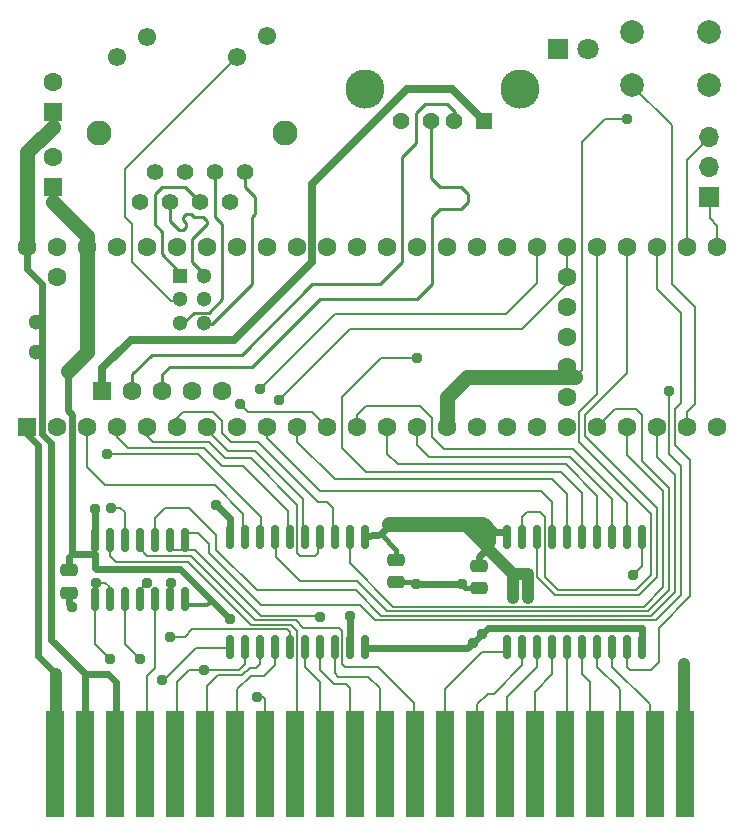
<source format=gbr>
%TF.GenerationSoftware,KiCad,Pcbnew,(6.0.4)*%
%TF.CreationDate,2023-08-14T23:38:21+02:00*%
%TF.ProjectId,TeensyROM,5465656e-7379-4524-9f4d-2e6b69636164,rev?*%
%TF.SameCoordinates,Original*%
%TF.FileFunction,Copper,L1,Top*%
%TF.FilePolarity,Positive*%
%FSLAX46Y46*%
G04 Gerber Fmt 4.6, Leading zero omitted, Abs format (unit mm)*
G04 Created by KiCad (PCBNEW (6.0.4)) date 2023-08-14 23:38:21*
%MOMM*%
%LPD*%
G01*
G04 APERTURE LIST*
G04 Aperture macros list*
%AMRoundRect*
0 Rectangle with rounded corners*
0 $1 Rounding radius*
0 $2 $3 $4 $5 $6 $7 $8 $9 X,Y pos of 4 corners*
0 Add a 4 corners polygon primitive as box body*
4,1,4,$2,$3,$4,$5,$6,$7,$8,$9,$2,$3,0*
0 Add four circle primitives for the rounded corners*
1,1,$1+$1,$2,$3*
1,1,$1+$1,$4,$5*
1,1,$1+$1,$6,$7*
1,1,$1+$1,$8,$9*
0 Add four rect primitives between the rounded corners*
20,1,$1+$1,$2,$3,$4,$5,0*
20,1,$1+$1,$4,$5,$6,$7,0*
20,1,$1+$1,$6,$7,$8,$9,0*
20,1,$1+$1,$8,$9,$2,$3,0*%
G04 Aperture macros list end*
%TA.AperFunction,SMDPad,CuDef*%
%ADD10R,1.500000X9.000000*%
%TD*%
%TA.AperFunction,ComponentPad*%
%ADD11R,1.800000X1.800000*%
%TD*%
%TA.AperFunction,ComponentPad*%
%ADD12C,1.800000*%
%TD*%
%TA.AperFunction,ComponentPad*%
%ADD13R,1.700000X1.700000*%
%TD*%
%TA.AperFunction,ComponentPad*%
%ADD14O,1.700000X1.700000*%
%TD*%
%TA.AperFunction,ComponentPad*%
%ADD15C,3.316000*%
%TD*%
%TA.AperFunction,ComponentPad*%
%ADD16C,1.428000*%
%TD*%
%TA.AperFunction,ComponentPad*%
%ADD17R,1.428000X1.428000*%
%TD*%
%TA.AperFunction,SMDPad,CuDef*%
%ADD18RoundRect,0.150000X-0.150000X0.875000X-0.150000X-0.875000X0.150000X-0.875000X0.150000X0.875000X0*%
%TD*%
%TA.AperFunction,SMDPad,CuDef*%
%ADD19RoundRect,0.150000X-0.150000X0.825000X-0.150000X-0.825000X0.150000X-0.825000X0.150000X0.825000X0*%
%TD*%
%TA.AperFunction,ComponentPad*%
%ADD20C,1.600000*%
%TD*%
%TA.AperFunction,ComponentPad*%
%ADD21R,1.600000X1.600000*%
%TD*%
%TA.AperFunction,ComponentPad*%
%ADD22R,1.300000X1.300000*%
%TD*%
%TA.AperFunction,ComponentPad*%
%ADD23C,1.300000*%
%TD*%
%TA.AperFunction,ComponentPad*%
%ADD24C,2.000000*%
%TD*%
%TA.AperFunction,ComponentPad*%
%ADD25C,1.397000*%
%TD*%
%TA.AperFunction,ComponentPad*%
%ADD26C,1.549400*%
%TD*%
%TA.AperFunction,ComponentPad*%
%ADD27C,2.108200*%
%TD*%
%TA.AperFunction,SMDPad,CuDef*%
%ADD28RoundRect,0.250000X-0.475000X0.250000X-0.475000X-0.250000X0.475000X-0.250000X0.475000X0.250000X0*%
%TD*%
%TA.AperFunction,SMDPad,CuDef*%
%ADD29RoundRect,0.250000X0.475000X-0.250000X0.475000X0.250000X-0.475000X0.250000X-0.475000X-0.250000X0*%
%TD*%
%TA.AperFunction,ViaPad*%
%ADD30C,0.955600*%
%TD*%
%TA.AperFunction,Conductor*%
%ADD31C,0.609600*%
%TD*%
%TA.AperFunction,Conductor*%
%ADD32C,1.270000*%
%TD*%
%TA.AperFunction,Conductor*%
%ADD33C,1.016000*%
%TD*%
%TA.AperFunction,Conductor*%
%ADD34C,0.152400*%
%TD*%
%TA.AperFunction,Conductor*%
%ADD35C,0.406400*%
%TD*%
%TA.AperFunction,Conductor*%
%ADD36C,0.304800*%
%TD*%
%TA.AperFunction,Conductor*%
%ADD37C,0.254000*%
%TD*%
%TA.AperFunction,Conductor*%
%ADD38C,0.635000*%
%TD*%
G04 APERTURE END LIST*
D10*
%TO.P,J1,1,GND@1*%
%TO.N,N/C*%
X121634449Y-134801657D03*
%TO.P,J1,2,+5V@2*%
X124174449Y-134801657D03*
%TO.P,J1,3,+5V@3*%
X126714449Y-134801657D03*
%TO.P,J1,4,~{IRQ}*%
X129254449Y-134801657D03*
%TO.P,J1,5,R/~{W}*%
X131794449Y-134801657D03*
%TO.P,J1,6,DOT_CLOCK*%
X134334449Y-134801657D03*
%TO.P,J1,7,~{I/O1}*%
X136874449Y-134801657D03*
%TO.P,J1,8,~{GAME}*%
X139414449Y-134801657D03*
%TO.P,J1,9,~{EXROM}*%
X141954449Y-134801657D03*
%TO.P,J1,10,~{I/O2}*%
X144494449Y-134801657D03*
%TO.P,J1,11,~{ROML}*%
X147034449Y-134801657D03*
%TO.P,J1,12,BA*%
X149574449Y-134801657D03*
%TO.P,J1,13,~{DMA}*%
X152114449Y-134801657D03*
%TO.P,J1,14,D7*%
X154654449Y-134801657D03*
%TO.P,J1,15,D6*%
X157194449Y-134801657D03*
%TO.P,J1,16,D5*%
X159734449Y-134801657D03*
%TO.P,J1,17,D4*%
X162274449Y-134801657D03*
%TO.P,J1,18,D3*%
X164814449Y-134801657D03*
%TO.P,J1,19,D2*%
X167354449Y-134801657D03*
%TO.P,J1,20,D1*%
X169894449Y-134801657D03*
%TO.P,J1,21,D0*%
X172434449Y-134801657D03*
%TO.P,J1,22,GND@22*%
X174974449Y-134801657D03*
%TD*%
D11*
%TO.P,D1,1*%
%TO.N,N/C*%
X164262566Y-74259229D03*
D12*
%TO.P,D1,2*%
X166802566Y-74259229D03*
%TD*%
D13*
%TO.P,J4,1,1*%
%TO.N,/DEBUG*%
X177051100Y-86827600D03*
D14*
%TO.P,J4,2,2*%
%TO.N,GND*%
X177051100Y-84287600D03*
%TO.P,J4,3,3*%
%TO.N,/LED*%
X177051100Y-81747600D03*
%TD*%
D15*
%TO.P,J2,SH2,6*%
%TO.N,GND*%
X147893176Y-77697037D03*
%TO.P,J2,SH1,5*%
X161033176Y-77697037D03*
D16*
%TO.P,J2,4*%
%TO.N,N/C*%
X150963176Y-80407037D03*
%TO.P,J2,3*%
X153463176Y-80407037D03*
%TO.P,J2,2*%
X155463176Y-80407037D03*
D17*
%TO.P,J2,1*%
X157963176Y-80407037D03*
%TD*%
D18*
%TO.P,U5,1,DIR*%
%TO.N,/R{slash}~{W}*%
X171361100Y-115593600D03*
%TO.P,U5,2,A1*%
%TO.N,/D0_B*%
X170091100Y-115593600D03*
%TO.P,U5,3,A2*%
%TO.N,/D1_B*%
X168821100Y-115593600D03*
%TO.P,U5,4,A3*%
%TO.N,/D2_B*%
X167551100Y-115593600D03*
%TO.P,U5,5,A4*%
%TO.N,/D3_B*%
X166281100Y-115593600D03*
%TO.P,U5,6,A5*%
%TO.N,/D4_B*%
X165011100Y-115593600D03*
%TO.P,U5,7,A6*%
%TO.N,/D5_B*%
X163741100Y-115593600D03*
%TO.P,U5,8,A7*%
%TO.N,/D6_B*%
X162471100Y-115593600D03*
%TO.P,U5,9,A8*%
%TO.N,/D7_B*%
X161201100Y-115593600D03*
%TO.P,U5,10,GND*%
%TO.N,GND*%
X159931100Y-115593600D03*
%TO.P,U5,11,B8*%
%TO.N,/D7*%
X159931100Y-124893600D03*
%TO.P,U5,12,B7*%
%TO.N,/D6*%
X161201100Y-124893600D03*
%TO.P,U5,13,B6*%
%TO.N,/D5*%
X162471100Y-124893600D03*
%TO.P,U5,14,B5*%
%TO.N,/D4*%
X163741100Y-124893600D03*
%TO.P,U5,15,B4*%
%TO.N,/D3*%
X165011100Y-124893600D03*
%TO.P,U5,16,B3*%
%TO.N,/D2*%
X166281100Y-124893600D03*
%TO.P,U5,17,B2*%
%TO.N,/D1*%
X167551100Y-124893600D03*
%TO.P,U5,18,B1*%
%TO.N,/D0*%
X168821100Y-124893600D03*
%TO.P,U5,19,G*%
%TO.N,/~{DATA_CE}*%
X170091100Y-124893600D03*
%TO.P,U5,20,VCC*%
%TO.N,+3V3*%
X171361100Y-124893600D03*
%TD*%
%TO.P,U4,1,DIR*%
%TO.N,GND*%
X147866100Y-115593600D03*
%TO.P,U4,2,A1*%
%TO.N,/BA_B*%
X146596100Y-115593600D03*
%TO.P,U4,3,A2*%
%TO.N,/~{ROML_B}*%
X145326100Y-115593600D03*
%TO.P,U4,4,A3*%
%TO.N,/~{IO2_B}*%
X144056100Y-115593600D03*
%TO.P,U4,5,A4*%
%TO.N,/~{ROMH_B}*%
X142786100Y-115593600D03*
%TO.P,U4,6,A5*%
%TO.N,/~{IO1_B}*%
X141516100Y-115593600D03*
%TO.P,U4,7,A6*%
%TO.N,/DOT_CLK_B*%
X140246100Y-115593600D03*
%TO.P,U4,8,A7*%
%TO.N,/R{slash}~{W_B}*%
X138976100Y-115593600D03*
%TO.P,U4,9,A8*%
%TO.N,/PHI2_B*%
X137706100Y-115593600D03*
%TO.P,U4,10,GND*%
%TO.N,GND*%
X136436100Y-115593600D03*
%TO.P,U4,11,B8*%
%TO.N,/PHI2*%
X136436100Y-124893600D03*
%TO.P,U4,12,B7*%
%TO.N,/R{slash}~{W}*%
X137706100Y-124893600D03*
%TO.P,U4,13,B6*%
%TO.N,/DOT_CLK*%
X138976100Y-124893600D03*
%TO.P,U4,14,B5*%
%TO.N,/~{IO1}*%
X140246100Y-124893600D03*
%TO.P,U4,15,B4*%
%TO.N,/~{ROMH}*%
X141516100Y-124893600D03*
%TO.P,U4,16,B3*%
%TO.N,/~{IO2}*%
X142786100Y-124893600D03*
%TO.P,U4,17,B2*%
%TO.N,/~{ROML}*%
X144056100Y-124893600D03*
%TO.P,U4,18,B1*%
%TO.N,/BA*%
X145326100Y-124893600D03*
%TO.P,U4,19,G*%
%TO.N,GND*%
X146596100Y-124893600D03*
%TO.P,U4,20,VCC*%
%TO.N,+3V3*%
X147866100Y-124893600D03*
%TD*%
D19*
%TO.P,U6,1,I*%
%TO.N,/~{GAME_O}*%
X132626100Y-115863600D03*
%TO.P,U6,2,O*%
%TO.N,/~{GAME}*%
X131356100Y-115863600D03*
%TO.P,U6,3,I*%
%TO.N,/~{DMA_O}*%
X130086100Y-115863600D03*
%TO.P,U6,4,O*%
%TO.N,/~{DMA}*%
X128816100Y-115863600D03*
%TO.P,U6,5,I*%
%TO.N,/~{EXROM_O}*%
X127546100Y-115863600D03*
%TO.P,U6,6,O*%
%TO.N,/~{EXROM}*%
X126276100Y-115863600D03*
%TO.P,U6,7,GND*%
%TO.N,GND*%
X125006100Y-115863600D03*
%TO.P,U6,8,O*%
%TO.N,/~{RESET}*%
X125006100Y-120813600D03*
%TO.P,U6,9,I*%
%TO.N,/~{RESET_O}*%
X126276100Y-120813600D03*
%TO.P,U6,10,O*%
%TO.N,/~{NMI}*%
X127546100Y-120813600D03*
%TO.P,U6,11,I*%
%TO.N,/~{NMI_O}*%
X128816100Y-120813600D03*
%TO.P,U6,12,O*%
%TO.N,/~{IRQ}*%
X130086100Y-120813600D03*
%TO.P,U6,13,I*%
%TO.N,/~{IRQ_O}*%
X131356100Y-120813600D03*
%TO.P,U6,14,VCC*%
%TO.N,+3V3*%
X132626100Y-120813600D03*
%TD*%
D20*
%TO.P,U1,49*%
%TO.N,N/C*%
X121833358Y-93557900D03*
%TO.P,U1,59*%
X135752558Y-103207100D03*
%TO.P,U1,58*%
X133212558Y-103207100D03*
%TO.P,U1,57*%
X130672558Y-103207100D03*
%TO.P,U1,56*%
X128132558Y-103207100D03*
D21*
%TO.P,U1,55*%
X125592558Y-103207100D03*
D20*
%TO.P,U1,48*%
X119293358Y-91017900D03*
%TO.P,U1,47*%
X121833358Y-91017900D03*
%TO.P,U1,46*%
X124373358Y-91017900D03*
%TO.P,U1,45*%
X126913358Y-91017900D03*
%TO.P,U1,44*%
X129453358Y-91017900D03*
%TO.P,U1,43*%
X131993358Y-91017900D03*
%TO.P,U1,42*%
X134533358Y-91017900D03*
%TO.P,U1,41*%
X137073358Y-91017900D03*
%TO.P,U1,40*%
X139613358Y-91017900D03*
%TO.P,U1,39*%
X142153358Y-91017900D03*
%TO.P,U1,38*%
X144693358Y-91017900D03*
%TO.P,U1,37*%
X147233358Y-91017900D03*
%TO.P,U1,36*%
X149773358Y-91017900D03*
%TO.P,U1,35*%
X152313358Y-91017900D03*
D21*
%TO.P,U1,1*%
X119293358Y-106257900D03*
D20*
%TO.P,U1,2*%
X121833358Y-106257900D03*
%TO.P,U1,3*%
X124373358Y-106257900D03*
%TO.P,U1,4*%
X126913358Y-106257900D03*
%TO.P,U1,5*%
X129453358Y-106257900D03*
%TO.P,U1,6*%
X131993358Y-106257900D03*
%TO.P,U1,7*%
X134533358Y-106257900D03*
%TO.P,U1,8*%
X137073358Y-106257900D03*
%TO.P,U1,9*%
X139613358Y-106257900D03*
%TO.P,U1,10*%
X142153358Y-106257900D03*
%TO.P,U1,11*%
X144693358Y-106257900D03*
%TO.P,U1,12*%
X147233358Y-106257900D03*
%TO.P,U1,13*%
X149773358Y-106257900D03*
%TO.P,U1,34*%
X154853358Y-91017900D03*
%TO.P,U1,33*%
X157393358Y-91017900D03*
%TO.P,U1,32*%
X159933358Y-91017900D03*
%TO.P,U1,31*%
X162473358Y-91017900D03*
%TO.P,U1,30*%
X165013358Y-91017900D03*
%TO.P,U1,29*%
X167553358Y-91017900D03*
%TO.P,U1,28*%
X170093358Y-91017900D03*
%TO.P,U1,27*%
X172633358Y-91017900D03*
%TO.P,U1,26*%
X175173358Y-91017900D03*
%TO.P,U1,25*%
X177713358Y-91017900D03*
%TO.P,U1,24*%
X177713358Y-106257900D03*
%TO.P,U1,23*%
X175173358Y-106257900D03*
%TO.P,U1,22*%
X172633358Y-106257900D03*
%TO.P,U1,21*%
X170093358Y-106257900D03*
%TO.P,U1,14*%
X152313358Y-106257900D03*
%TO.P,U1,15*%
X154853358Y-106257900D03*
%TO.P,U1,16*%
X157393358Y-106257900D03*
%TO.P,U1,20*%
X167553358Y-106257900D03*
%TO.P,U1,19*%
X165013358Y-106257900D03*
%TO.P,U1,18*%
X162473358Y-106257900D03*
%TO.P,U1,17*%
X159933358Y-106257900D03*
D22*
%TO.P,U1,60*%
X132263358Y-93456300D03*
D23*
%TO.P,U1,65*%
X134263358Y-93456300D03*
%TO.P,U1,61*%
X132263358Y-95456300D03*
%TO.P,U1,64*%
X134263358Y-95456300D03*
%TO.P,U1,63*%
X134263358Y-97456300D03*
%TO.P,U1,62*%
X132263358Y-97456300D03*
D20*
%TO.P,U1,50*%
X165013358Y-103717900D03*
%TO.P,U1,51*%
X165013358Y-101177900D03*
%TO.P,U1,52*%
X165013358Y-98637900D03*
%TO.P,U1,53*%
X165013358Y-96097900D03*
%TO.P,U1,54*%
X165013358Y-93557900D03*
D23*
%TO.P,U1,67*%
X120023358Y-99907900D03*
%TO.P,U1,66*%
X120023358Y-97367900D03*
%TD*%
D21*
%TO.P,C1,1*%
%TO.N,N/C*%
X121450100Y-79603600D03*
D20*
%TO.P,C1,2*%
X121450100Y-77103600D03*
%TD*%
D24*
%TO.P,S1,1,1*%
%TO.N,GND*%
X170533649Y-72824288D03*
X177033649Y-72824288D03*
%TO.P,S1,2*%
%TO.N,N/C*%
X177033649Y-77324288D03*
X170533649Y-77324288D03*
%TD*%
D25*
%TO.P,J3,1,TD+*%
%TO.N,/ETH_T+*%
X137706100Y-84658200D03*
%TO.P,J3,2,TCT*%
%TO.N,Net-(C8-Pad2)*%
X136436100Y-87198200D03*
%TO.P,J3,3,TD-*%
%TO.N,/ETH_T-*%
X135166100Y-84658200D03*
%TO.P,J3,4,RD+*%
%TO.N,/ETH_R+*%
X133896100Y-87198200D03*
%TO.P,J3,5,RCT*%
%TO.N,Net-(C8-Pad2)*%
X132626100Y-84658200D03*
%TO.P,J3,6,RD-*%
%TO.N,/ETH_R-*%
X131356100Y-87198200D03*
%TO.P,J3,7,NC*%
%TO.N,unconnected-(J3-Pad7)*%
X130086100Y-84658200D03*
%TO.P,J3,8,C_GND*%
%TO.N,GND*%
X128816100Y-87198200D03*
D26*
%TO.P,J3,9,C*%
X139585700Y-73202800D03*
%TO.P,J3,10,A*%
%TO.N,/ETH_LED*%
X137045700Y-74930000D03*
%TO.P,J3,11,C1*%
%TO.N,GND*%
X129476500Y-73228200D03*
%TO.P,J3,12,A1*%
%TO.N,unconnected-(J3-Pad12)*%
X126936500Y-74930000D03*
D27*
%TO.P,J3,S1,S1*%
%TO.N,Net-(J3-PadS1)*%
X141135100Y-81356200D03*
%TO.P,J3,S2,S2*%
X125387100Y-81356200D03*
%TD*%
D28*
%TO.P,C4,1,1*%
%TO.N,GND*%
X157518100Y-118023600D03*
%TO.P,C4,2,2*%
%TO.N,+3V3*%
X157518100Y-119923600D03*
%TD*%
D29*
%TO.P,C3,1,1*%
%TO.N,GND*%
X122847100Y-120304600D03*
%TO.P,C3,2,2*%
%TO.N,+3V3*%
X122847100Y-118404600D03*
%TD*%
D28*
%TO.P,C5,1,1*%
%TO.N,GND*%
X150533100Y-117515600D03*
%TO.P,C5,2,2*%
%TO.N,+3V3*%
X150533100Y-119415600D03*
%TD*%
D21*
%TO.P,C2,1*%
%TO.N,N/C*%
X121450100Y-85953600D03*
D20*
%TO.P,C2,2*%
X121450100Y-83453600D03*
%TD*%
D30*
%TO.N,GND*%
X174917100Y-127736600D03*
%TO.N,+3V3*%
X121704100Y-127228600D03*
%TO.N,GND*%
X149898100Y-114528600D03*
%TO.N,+3V3*%
X135293100Y-112877600D03*
%TO.N,GND*%
X161709100Y-120751600D03*
X146596100Y-122275600D03*
X174917100Y-126339600D03*
%TO.N,+3V3*%
X125006100Y-113258600D03*
X121704100Y-128752600D03*
%TO.N,GND*%
X160439100Y-120751600D03*
X157772100Y-114528600D03*
%TO.N,+3V3*%
X123101100Y-121513600D03*
%TO.N,/R{slash}~{W}*%
X170599100Y-118846600D03*
X134277100Y-126847600D03*
%TO.N,/~{GAME}*%
X138785600Y-129133600D03*
X144056100Y-122402600D03*
%TO.N,/~{ROMH}*%
X131356100Y-124053600D03*
%TO.N,/~{RESET}*%
X126276100Y-125958600D03*
%TO.N,/~{NMI}*%
X128816100Y-125958600D03*
%TO.N,/PHI2*%
X130721100Y-127736600D03*
%TO.N,/D3_B*%
X152311100Y-100431600D03*
%TO.N,+3V3*%
X157010100Y-124561600D03*
X156121100Y-119608600D03*
X165646100Y-102082600D03*
X170091100Y-80238600D03*
X157772100Y-123799600D03*
X152184100Y-119608600D03*
X136436100Y-122529600D03*
X164376100Y-102082600D03*
%TO.N,/A13_B*%
X138976100Y-103098600D03*
%TO.N,GND*%
X140627100Y-103987600D03*
%TO.N,/R{slash}~{W_B}*%
X126022100Y-108559600D03*
%TO.N,/~{IRQ_O}*%
X131483100Y-119481600D03*
%TO.N,/~{GAME}*%
X173647100Y-103225600D03*
%TO.N,/~{EXROM_O}*%
X126403100Y-113131600D03*
X137325100Y-104368600D03*
%TO.N,/~{RESET}*%
X125133100Y-119481600D03*
%TO.N,/~{IRQ_O}*%
X129451100Y-119481600D03*
%TD*%
D31*
%TO.N,+5V*%
X126707900Y-134793600D02*
X126784100Y-132825100D01*
X120561100Y-106908600D02*
X120561100Y-94208600D01*
X124180600Y-127292100D02*
X124167900Y-134793600D01*
X126784100Y-127863600D02*
X126149100Y-127228600D01*
X120561100Y-94208600D02*
X119291100Y-92938600D01*
D32*
X119291100Y-91033600D02*
X119291100Y-83032600D01*
D31*
X126784100Y-132825100D02*
X126784100Y-127863600D01*
X124244100Y-127228600D02*
X124180600Y-127292100D01*
X126149100Y-127228600D02*
X124244100Y-127228600D01*
D32*
X119291100Y-83032600D02*
X121450100Y-80873600D01*
D31*
X121323100Y-124307600D02*
X121323100Y-107670600D01*
X121323100Y-107670600D02*
X120561100Y-106908600D01*
X119291100Y-92938600D02*
X119291100Y-91033600D01*
X124244100Y-127228600D02*
X121323100Y-124307600D01*
%TO.N,+3V3*%
X121627900Y-134793600D02*
X121704100Y-132825100D01*
X122847100Y-120254600D02*
X122847100Y-121259600D01*
X136436100Y-114020600D02*
X135293100Y-112877600D01*
%TO.N,GND*%
X157772100Y-114528600D02*
X158026100Y-114528600D01*
%TO.N,+3V3*%
X119291100Y-106908600D02*
X119291100Y-106273600D01*
%TO.N,GND*%
X149212300Y-115341400D02*
X149898100Y-114528600D01*
%TO.N,+3V3*%
X122847100Y-121259600D02*
X123101100Y-121513600D01*
D33*
%TO.N,GND*%
X161698100Y-118730600D02*
X161698100Y-120740600D01*
D32*
X149898100Y-114528600D02*
X156248100Y-114528600D01*
D33*
X160428100Y-118708600D02*
X160428100Y-120486600D01*
D31*
X157518100Y-118073600D02*
X157518100Y-117322600D01*
D34*
X158661100Y-116052600D02*
X158280100Y-116052600D01*
D31*
X158661100Y-115163600D02*
X159880300Y-115163600D01*
D34*
X161698100Y-120740600D02*
X161709100Y-120751600D01*
D31*
%TO.N,+3V3*%
X120180100Y-107797600D02*
X119291100Y-106908600D01*
X120180100Y-125704600D02*
X120180100Y-107797600D01*
X121704100Y-127228600D02*
X120180100Y-125704600D01*
X136436100Y-115468400D02*
X136436100Y-114020600D01*
D33*
%TO.N,GND*%
X160428100Y-118708600D02*
X156248100Y-114528600D01*
X174917100Y-132825100D02*
X174917100Y-126339600D01*
D32*
X156248100Y-114528600D02*
X157772100Y-114528600D01*
D31*
X158661100Y-116052600D02*
X158661100Y-115163600D01*
D35*
X150533100Y-117565600D02*
X150533100Y-116662200D01*
X150533100Y-116662200D02*
X149212300Y-115341400D01*
D33*
%TO.N,+3V3*%
X121704100Y-127228600D02*
X121704100Y-132825100D01*
D31*
%TO.N,GND*%
X148916543Y-115455932D02*
X149212300Y-115341400D01*
X157518100Y-117322600D02*
X158661100Y-116052600D01*
D33*
X158026100Y-114528600D02*
X158661100Y-115163600D01*
D31*
X174967900Y-134793600D02*
X174917100Y-132825100D01*
D33*
X160428100Y-120486600D02*
X160439100Y-120751600D01*
X160555100Y-118730600D02*
X161698100Y-118730600D01*
D31*
X159880300Y-115163600D02*
X159931100Y-115468400D01*
D33*
X157391100Y-115163600D02*
X158026100Y-115798600D01*
D31*
X146596100Y-125018800D02*
X146596100Y-122275600D01*
D34*
X158280100Y-116052600D02*
X158026100Y-115798600D01*
D31*
X147866100Y-115468400D02*
X148916543Y-115455932D01*
%TO.N,+3V3*%
X125006100Y-115265200D02*
X125006100Y-113258600D01*
D34*
%TO.N,/~{IRQ}*%
X130086100Y-126720600D02*
X129451100Y-127355600D01*
X130086100Y-121412000D02*
X130086100Y-126720600D01*
X129451100Y-132698100D02*
X129451100Y-127355600D01*
X129247900Y-134793600D02*
X129451100Y-132698100D01*
%TO.N,/R{slash}~{W}*%
X137706100Y-126339600D02*
X137706100Y-125018800D01*
X131787900Y-134793600D02*
X131991100Y-132698100D01*
X171361100Y-118084600D02*
X170599100Y-118846600D01*
X137198100Y-126847600D02*
X134277100Y-126847600D01*
X131991100Y-132698100D02*
X131991100Y-127863600D01*
X133007100Y-126847600D02*
X134277100Y-126847600D01*
X171361100Y-115468400D02*
X171361100Y-118084600D01*
X137198100Y-126847600D02*
X137706100Y-126339600D01*
X131991100Y-127863600D02*
X133007100Y-126847600D01*
%TO.N,/DOT_CLK*%
X135420100Y-127292100D02*
X137515600Y-127292100D01*
X138976100Y-126339600D02*
X138976100Y-125018800D01*
X137515600Y-127292100D02*
X138150600Y-126657100D01*
X134531100Y-128181100D02*
X135420100Y-127292100D01*
X134531100Y-132698100D02*
X134531100Y-128181100D01*
X134327900Y-134793600D02*
X134531100Y-132698100D01*
X138658600Y-126657100D02*
X138976100Y-126339600D01*
X138150600Y-126657100D02*
X138658600Y-126657100D01*
%TO.N,/~{IO1}*%
X138214100Y-127355600D02*
X139357100Y-127355600D01*
X140246100Y-126466600D02*
X140246100Y-125018800D01*
X137071100Y-128498600D02*
X138214100Y-127355600D01*
X139357100Y-127355600D02*
X140246100Y-126466600D01*
X137071100Y-132698100D02*
X137071100Y-128498600D01*
X136867900Y-134793600D02*
X137071100Y-132698100D01*
%TO.N,/~{GAME}*%
X139103100Y-122275600D02*
X143929100Y-122275600D01*
X139420600Y-129324100D02*
X139407900Y-134793600D01*
X131356100Y-116306600D02*
X131737100Y-116687600D01*
X131356100Y-115265200D02*
X131356100Y-116306600D01*
X131737100Y-116687600D02*
X133515100Y-116687600D01*
X133515100Y-116687600D02*
X139103100Y-122275600D01*
X143929100Y-122275600D02*
X144056100Y-122402600D01*
X138785600Y-129133600D02*
X139230100Y-129133600D01*
X139230100Y-129133600D02*
X139420600Y-129324100D01*
%TO.N,/~{EXROM}*%
X141947900Y-134793600D02*
X142151100Y-132698100D01*
X142151100Y-123545600D02*
X141643100Y-123037600D01*
X142151100Y-132698100D02*
X142151100Y-123545600D01*
X141643100Y-123037600D02*
X138214100Y-123037600D01*
X126276100Y-117195600D02*
X126276100Y-115265200D01*
X132880100Y-117703600D02*
X126784100Y-117703600D01*
X138214100Y-123037600D02*
X132880100Y-117703600D01*
X126784100Y-117703600D02*
X126276100Y-117195600D01*
%TO.N,/~{IO2}*%
X144056100Y-127863600D02*
X142786100Y-126593600D01*
X144487900Y-134793600D02*
X144056100Y-132444100D01*
X144056100Y-132444100D02*
X144056100Y-127863600D01*
X142786100Y-126593600D02*
X142786100Y-125018800D01*
%TO.N,/~{ROML}*%
X146596100Y-132444100D02*
X146596100Y-128371600D01*
X147027900Y-134793600D02*
X146596100Y-132444100D01*
X146278600Y-128054100D02*
X145262600Y-128054100D01*
X144056100Y-126847600D02*
X144056100Y-125018800D01*
X146596100Y-128371600D02*
X146278600Y-128054100D01*
X145262600Y-128054100D02*
X144056100Y-126847600D01*
%TO.N,/BA*%
X148183600Y-127419100D02*
X145643600Y-127419100D01*
X149136100Y-128371600D02*
X148183600Y-127419100D01*
X145326100Y-127101600D02*
X145326100Y-125018800D01*
X149567900Y-134793600D02*
X149136100Y-132444100D01*
X149136100Y-132444100D02*
X149136100Y-128371600D01*
X145643600Y-127419100D02*
X145326100Y-127101600D01*
%TO.N,/~{DMA}*%
X145707100Y-123291600D02*
X145961100Y-123545600D01*
X145961100Y-126339600D02*
X146215100Y-126593600D01*
X152057100Y-129641600D02*
X152057100Y-132444100D01*
X145961100Y-123545600D02*
X145961100Y-126339600D01*
X146215100Y-126593600D02*
X149009100Y-126593600D01*
X152107900Y-134793600D02*
X152311100Y-132698100D01*
X142024100Y-122656600D02*
X142659100Y-123291600D01*
X128816100Y-116560600D02*
X128816100Y-115265200D01*
X142659100Y-123291600D02*
X145707100Y-123291600D01*
X129451100Y-117195600D02*
X128816100Y-116560600D01*
X149009100Y-126593600D02*
X152057100Y-129641600D01*
X133134100Y-117195600D02*
X129451100Y-117195600D01*
X138595100Y-122656600D02*
X142024100Y-122656600D01*
X138595100Y-122656600D02*
X133134100Y-117195600D01*
X152057100Y-132444100D02*
X152311100Y-132698100D01*
%TO.N,/D7*%
X157772100Y-125323600D02*
X154660600Y-128435100D01*
X159880300Y-125323600D02*
X159931100Y-125018800D01*
X154660600Y-128435100D02*
X154647900Y-134793600D01*
X159880300Y-125323600D02*
X157772100Y-125323600D01*
%TO.N,/D6*%
X158280100Y-128879600D02*
X158788100Y-128879600D01*
X157187900Y-134793600D02*
X157391100Y-132698100D01*
X158788100Y-128879600D02*
X161201100Y-126466600D01*
X157391100Y-129768600D02*
X158280100Y-128879600D01*
X157391100Y-132698100D02*
X157391100Y-129768600D01*
X161201100Y-126466600D02*
X161201100Y-125018800D01*
%TO.N,/D5*%
X159727900Y-134793600D02*
X159931100Y-132698100D01*
X159931100Y-129133600D02*
X162471100Y-126593600D01*
X162471100Y-126593600D02*
X162471100Y-125018800D01*
X159931100Y-132698100D02*
X159931100Y-129133600D01*
%TO.N,/D4*%
X163741100Y-127228600D02*
X162280600Y-128689100D01*
X163741100Y-127228600D02*
X163741100Y-125018800D01*
X162280600Y-128689100D02*
X162267900Y-134793600D01*
%TO.N,/D3*%
X165011100Y-132698100D02*
X165011100Y-125018800D01*
X164807900Y-134793600D02*
X165011100Y-132698100D01*
%TO.N,/D2*%
X166916100Y-127863600D02*
X166281100Y-127228600D01*
X167347900Y-134793600D02*
X166916100Y-132444100D01*
X166281100Y-127228600D02*
X166281100Y-125018800D01*
X166916100Y-132444100D02*
X166916100Y-127863600D01*
%TO.N,/D1*%
X169456100Y-132444100D02*
X169456100Y-128498600D01*
X167551100Y-126593600D02*
X167551100Y-125018800D01*
X169456100Y-128498600D02*
X167551100Y-126593600D01*
X169887900Y-134793600D02*
X169456100Y-132444100D01*
%TO.N,/D0*%
X171996100Y-129768600D02*
X168821100Y-126593600D01*
X172427900Y-134793600D02*
X171996100Y-132444100D01*
X171996100Y-132444100D02*
X171996100Y-129768600D01*
X168821100Y-126593600D02*
X168821100Y-125018800D01*
%TO.N,/~{ROMH}*%
X131356100Y-124053600D02*
X132626100Y-124053600D01*
X141262100Y-123418600D02*
X141516100Y-123672600D01*
X132626100Y-124053600D02*
X133261100Y-123418600D01*
X133261100Y-123418600D02*
X141262100Y-123418600D01*
X141516100Y-123672600D02*
X141516100Y-125018800D01*
%TO.N,/~{RESET}*%
X125006100Y-124688600D02*
X126276100Y-125958600D01*
X125006100Y-121412000D02*
X125006100Y-124688600D01*
%TO.N,/~{NMI}*%
X127546100Y-121412000D02*
X127546100Y-124688600D01*
X127546100Y-124688600D02*
X128816100Y-125958600D01*
%TO.N,/PHI2*%
X136436100Y-125018800D02*
X133591300Y-125018800D01*
X133591300Y-125018800D02*
X130848100Y-127736600D01*
X130848100Y-127736600D02*
X130721100Y-127736600D01*
%TO.N,/D5_B*%
X163741100Y-112623600D02*
X162788600Y-111671100D01*
X163741100Y-112623600D02*
X163741100Y-115468400D01*
X144056100Y-111671100D02*
X139611100Y-107226100D01*
X162788600Y-111671100D02*
X144056100Y-111671100D01*
X139611100Y-107226100D02*
X139611100Y-106273600D01*
%TO.N,/D4_B*%
X142151100Y-107543600D02*
X142151100Y-106273600D01*
X165011100Y-111988600D02*
X165011100Y-115468400D01*
X163741100Y-110718600D02*
X145326100Y-110718600D01*
X165011100Y-111988600D02*
X163741100Y-110718600D01*
X145326100Y-110718600D02*
X142151100Y-107543600D01*
%TO.N,/D0_B*%
X147231100Y-105257600D02*
X147231100Y-106273600D01*
X170091100Y-112750600D02*
X170091100Y-115468400D01*
X147993100Y-104495600D02*
X147231100Y-105257600D01*
X170091100Y-112750600D02*
X165519100Y-108178600D01*
X165519100Y-108178600D02*
X154597100Y-108178600D01*
X153581100Y-107162600D02*
X153581100Y-105511600D01*
X152565100Y-104495600D02*
X147993100Y-104495600D01*
X154597100Y-108178600D02*
X153581100Y-107162600D01*
X153581100Y-105511600D02*
X152565100Y-104495600D01*
%TO.N,/D2_B*%
X164884100Y-109448600D02*
X150660100Y-109448600D01*
X167551100Y-112115600D02*
X167551100Y-115468400D01*
X149771100Y-108559600D02*
X150660100Y-109448600D01*
X167551100Y-112115600D02*
X164884100Y-109448600D01*
X149771100Y-106273600D02*
X149771100Y-108559600D01*
%TO.N,/D1_B*%
X152311100Y-106273600D02*
X152311100Y-107797600D01*
X168821100Y-112369600D02*
X168821100Y-115468400D01*
X165265100Y-108813600D02*
X153327100Y-108813600D01*
X168821100Y-112369600D02*
X165265100Y-108813600D01*
X152311100Y-107797600D02*
X153327100Y-108813600D01*
%TO.N,/D3_B*%
X147993100Y-110083600D02*
X145961100Y-108051600D01*
X149263100Y-100431600D02*
X152311100Y-100431600D01*
X166281100Y-111861600D02*
X164503100Y-110083600D01*
X164503100Y-110083600D02*
X147993100Y-110083600D01*
X145961100Y-103733600D02*
X149263100Y-100431600D01*
X145961100Y-108051600D02*
X145961100Y-103733600D01*
X166281100Y-115468400D02*
X166281100Y-111861600D01*
%TO.N,/D7_B*%
X161201100Y-115468400D02*
X161201100Y-113893600D01*
X166027100Y-107543600D02*
X166027100Y-105003600D01*
X172123100Y-113639600D02*
X166027100Y-107543600D01*
X172123100Y-118846600D02*
X172123100Y-113639600D01*
X163106100Y-113893600D02*
X163106100Y-118973600D01*
X161582100Y-113512600D02*
X162725100Y-113512600D01*
X167551100Y-103479600D02*
X167551100Y-91033600D01*
X170853100Y-120116600D02*
X172123100Y-118846600D01*
X162725100Y-113512600D02*
X163106100Y-113893600D01*
X161201100Y-113893600D02*
X161582100Y-113512600D01*
X163106100Y-118973600D02*
X164249100Y-120116600D01*
X166027100Y-105003600D02*
X167551100Y-103479600D01*
X164249100Y-120116600D02*
X170853100Y-120116600D01*
%TO.N,/D6_B*%
X170091100Y-101701600D02*
X170091100Y-91033600D01*
X171107100Y-120497600D02*
X172631100Y-118973600D01*
X163995100Y-120497600D02*
X171107100Y-120497600D01*
X172631100Y-118973600D02*
X172631100Y-113131600D01*
X162471100Y-115468400D02*
X162471100Y-118973600D01*
X172631100Y-113131600D02*
X166535100Y-107035600D01*
X162471100Y-118973600D02*
X163995100Y-120497600D01*
X166535100Y-107035600D02*
X166535100Y-105257600D01*
X166535100Y-105257600D02*
X170091100Y-101701600D01*
D32*
%TO.N,+3V3*%
X124371100Y-91033600D02*
X124371100Y-90144600D01*
D31*
X158280100Y-123291600D02*
X171361100Y-123291600D01*
X132245100Y-118338600D02*
X134912100Y-121005600D01*
X123101100Y-117068600D02*
X125006100Y-117068600D01*
D32*
X156502100Y-102082600D02*
X164376100Y-102082600D01*
D31*
X122847100Y-118454600D02*
X122847100Y-117322600D01*
D32*
X154851100Y-103733600D02*
X156502100Y-102082600D01*
D34*
X168186100Y-80238600D02*
X166281100Y-82143600D01*
D35*
X151941100Y-119365600D02*
X152184100Y-119608600D01*
D32*
X124371100Y-99923600D02*
X122720100Y-101574600D01*
D31*
X125006100Y-117068600D02*
X125006100Y-118211600D01*
D32*
X124371100Y-90144600D02*
X121450100Y-87223600D01*
D31*
X147866100Y-125018800D02*
X156552900Y-125018800D01*
D35*
X157518100Y-119873600D02*
X156386100Y-119873600D01*
D31*
X123101100Y-105257600D02*
X123101100Y-117068600D01*
X122720100Y-104876600D02*
X123101100Y-105257600D01*
X134912100Y-121005600D02*
X136436100Y-122529600D01*
D36*
X134531100Y-121386600D02*
X134912100Y-121005600D01*
D31*
X125133100Y-118338600D02*
X132245100Y-118338600D01*
D35*
X156386100Y-119873600D02*
X156121100Y-119608600D01*
D36*
X132626100Y-121412000D02*
X132651500Y-121386600D01*
D32*
X124371100Y-91033600D02*
X124371100Y-99923600D01*
X154851100Y-106273600D02*
X154851100Y-103733600D01*
D34*
X166281100Y-101447600D02*
X165646100Y-102082600D01*
D31*
X157772100Y-123799600D02*
X158280100Y-123291600D01*
X171361100Y-123291600D02*
X171361100Y-125018800D01*
X156552900Y-125018800D02*
X157010100Y-124561600D01*
X122720100Y-101574600D02*
X122720100Y-104876600D01*
D34*
X166281100Y-82143600D02*
X166281100Y-101447600D01*
X170091100Y-80238600D02*
X168186100Y-80238600D01*
D36*
X132651500Y-121386600D02*
X134531100Y-121386600D01*
D35*
X150533100Y-119365600D02*
X151941100Y-119365600D01*
X125006100Y-118211600D02*
X125133100Y-118338600D01*
D31*
X157010100Y-124561600D02*
X157772100Y-123799600D01*
X156121100Y-119608600D02*
X152184100Y-119608600D01*
D32*
X165646100Y-102082600D02*
X164376100Y-102082600D01*
D31*
X122847100Y-117322600D02*
X123101100Y-117068600D01*
D34*
%TO.N,/A13_B*%
X159804100Y-96748600D02*
X162471100Y-94081600D01*
X145326100Y-96748600D02*
X159804100Y-96748600D01*
X138976100Y-103098600D02*
X145326100Y-96748600D01*
X162471100Y-94081600D02*
X162471100Y-91033600D01*
%TO.N,GND*%
X165011100Y-94208600D02*
X165011100Y-91033600D01*
X140627100Y-103987600D02*
X146596100Y-98018600D01*
X146596100Y-98018600D02*
X161201100Y-98018600D01*
X161201100Y-98018600D02*
X165011100Y-94208600D01*
%TO.N,/~{DATA_CE}*%
X172758100Y-123291600D02*
X172758100Y-126212600D01*
X172631100Y-94589600D02*
X172631100Y-91033600D01*
X172758100Y-123291600D02*
X175425100Y-120624600D01*
X174155100Y-107797600D02*
X174155100Y-104749600D01*
X170345100Y-126847600D02*
X170091100Y-126593600D01*
X175425100Y-109067600D02*
X174155100Y-107797600D01*
X174155100Y-104749600D02*
X174663100Y-104241600D01*
X172123100Y-126847600D02*
X170345100Y-126847600D01*
X175425100Y-120624600D02*
X175425100Y-109067600D01*
X172758100Y-126212600D02*
X172123100Y-126847600D01*
X172631100Y-94589600D02*
X174663100Y-96621600D01*
X170091100Y-126593600D02*
X170091100Y-125018800D01*
X174663100Y-104241600D02*
X174663100Y-96621600D01*
%TO.N,/R{slash}~{W_B}*%
X138976100Y-115468400D02*
X139103100Y-115087400D01*
X133769100Y-108559600D02*
X126022100Y-108559600D01*
X139103100Y-113893600D02*
X133769100Y-108559600D01*
X139103100Y-115087400D02*
X139103100Y-113893600D01*
%TO.N,/DOT_CLK_B*%
X171361100Y-105257600D02*
X170853100Y-104749600D01*
X173647100Y-111480600D02*
X171361100Y-109194600D01*
X147231100Y-119354600D02*
X149771100Y-121894600D01*
X142405100Y-119354600D02*
X147231100Y-119354600D01*
X140246100Y-115468400D02*
X140373100Y-115341400D01*
X171869100Y-121894600D02*
X173647100Y-120116600D01*
X140373100Y-117322600D02*
X142405100Y-119354600D01*
X169075100Y-104749600D02*
X167551100Y-106273600D01*
X149771100Y-121894600D02*
X171869100Y-121894600D01*
X170853100Y-104749600D02*
X169075100Y-104749600D01*
X140373100Y-115341400D02*
X140373100Y-117322600D01*
X173647100Y-120116600D02*
X173647100Y-111480600D01*
X171361100Y-109194600D02*
X171361100Y-105257600D01*
%TO.N,/~{IO1_B}*%
X141389100Y-115087400D02*
X141389100Y-113385600D01*
X141516100Y-115468400D02*
X141389100Y-115087400D01*
X126911100Y-107162600D02*
X126911100Y-106273600D01*
X137579100Y-109575600D02*
X135801100Y-109575600D01*
X134277100Y-108051600D02*
X127800100Y-108051600D01*
X141389100Y-113385600D02*
X137579100Y-109575600D01*
X127800100Y-108051600D02*
X126911100Y-107162600D01*
X135801100Y-109575600D02*
X134277100Y-108051600D01*
%TO.N,/~{IO2_B}*%
X143929100Y-116941600D02*
X143675100Y-117195600D01*
X144056100Y-115468400D02*
X143929100Y-115341400D01*
X129959100Y-107543600D02*
X129451100Y-107035600D01*
X142151100Y-116941600D02*
X142151100Y-112877600D01*
X142405100Y-117195600D02*
X142151100Y-116941600D01*
X134658100Y-107543600D02*
X129959100Y-107543600D01*
X138214100Y-108940600D02*
X136055100Y-108940600D01*
X143675100Y-117195600D02*
X142405100Y-117195600D01*
X129451100Y-107035600D02*
X129451100Y-106273600D01*
X136055100Y-108940600D02*
X134658100Y-107543600D01*
X142151100Y-112877600D02*
X138214100Y-108940600D01*
X143929100Y-115341400D02*
X143929100Y-116941600D01*
%TO.N,/~{ROML_B}*%
X143929100Y-112623600D02*
X138849100Y-107543600D01*
X135801100Y-106781600D02*
X135801100Y-105765600D01*
X135801100Y-105765600D02*
X135039100Y-105003600D01*
X145199100Y-113131600D02*
X144691100Y-112623600D01*
X144691100Y-112623600D02*
X143929100Y-112623600D01*
X135039100Y-105003600D02*
X132499100Y-105003600D01*
X131991100Y-105511600D02*
X131991100Y-106273600D01*
X138849100Y-107543600D02*
X136563100Y-107543600D01*
X145326100Y-115468400D02*
X145199100Y-115087400D01*
X132499100Y-105003600D02*
X131991100Y-105511600D01*
X136563100Y-107543600D02*
X135801100Y-106781600D01*
X145199100Y-115087400D02*
X145199100Y-113131600D01*
%TO.N,/~{ROMH_B}*%
X142786100Y-115468400D02*
X142659100Y-115087400D01*
X136309100Y-108305600D02*
X138595100Y-108305600D01*
X134531100Y-106527600D02*
X136309100Y-108305600D01*
X134531100Y-106273600D02*
X134531100Y-106527600D01*
X142659100Y-115087400D02*
X142659100Y-112369600D01*
X142659100Y-112369600D02*
X138595100Y-108305600D01*
%TO.N,/BA_B*%
X146596100Y-115468400D02*
X146596100Y-117830600D01*
X173139100Y-119862600D02*
X173139100Y-111734600D01*
X171488100Y-121513600D02*
X150279100Y-121513600D01*
X150279100Y-121513600D02*
X146596100Y-117830600D01*
X171488100Y-121513600D02*
X173139100Y-119862600D01*
X170091100Y-108686600D02*
X170091100Y-106273600D01*
X173139100Y-111734600D02*
X170091100Y-108686600D01*
%TO.N,/PHI2_B*%
X125895100Y-111226600D02*
X124371100Y-109702600D01*
X137579100Y-113639600D02*
X135166100Y-111226600D01*
X137706100Y-115468400D02*
X137579100Y-115087400D01*
X135166100Y-111226600D02*
X125895100Y-111226600D01*
X137579100Y-115087400D02*
X137579100Y-113639600D01*
X124371100Y-109702600D02*
X124371100Y-106273600D01*
%TO.N,/~{IRQ_O}*%
X131356100Y-119608600D02*
X131483100Y-119481600D01*
X131356100Y-121412000D02*
X131356100Y-119608600D01*
%TO.N,/~{GAME}*%
X134658100Y-116179600D02*
X133769100Y-115290600D01*
X148755100Y-122656600D02*
X172504100Y-122656600D01*
X173647100Y-108559600D02*
X173647100Y-103225600D01*
X132651500Y-115290600D02*
X132626100Y-115265200D01*
X139103100Y-121386600D02*
X134658100Y-116941600D01*
X172504100Y-122656600D02*
X174663100Y-120497600D01*
X134658100Y-116941600D02*
X134658100Y-116179600D01*
X133769100Y-115290600D02*
X132651500Y-115290600D01*
X147485100Y-121386600D02*
X148755100Y-122656600D01*
X174663100Y-109575600D02*
X173647100Y-108559600D01*
X174663100Y-120497600D02*
X174663100Y-109575600D01*
X147485100Y-121386600D02*
X139103100Y-121386600D01*
%TO.N,/~{EXROM_O}*%
X137960100Y-105003600D02*
X137325100Y-104368600D01*
X144691100Y-106273600D02*
X143421100Y-105003600D01*
X143421100Y-105003600D02*
X137960100Y-105003600D01*
X127546100Y-113512600D02*
X127546100Y-115265200D01*
X127165100Y-113131600D02*
X127546100Y-113512600D01*
X126403100Y-113131600D02*
X127165100Y-113131600D01*
%TO.N,/~{RESET}*%
X126276100Y-119862600D02*
X125895100Y-119481600D01*
X126276100Y-121412000D02*
X126276100Y-119862600D01*
X125895100Y-119481600D02*
X125133100Y-119481600D01*
%TO.N,/~{DMA_O}*%
X135293100Y-115417600D02*
X133007100Y-113131600D01*
X174155100Y-110337600D02*
X174155100Y-120243600D01*
X130975100Y-113131600D02*
X130086100Y-114020600D01*
X133007100Y-113131600D02*
X130975100Y-113131600D01*
X138722100Y-120116600D02*
X135293100Y-116687600D01*
X135293100Y-116687600D02*
X135293100Y-115417600D01*
X147104100Y-120116600D02*
X138722100Y-120116600D01*
X174155100Y-120243600D02*
X172123100Y-122275600D01*
X149263100Y-122275600D02*
X147104100Y-120116600D01*
X172123100Y-122275600D02*
X149263100Y-122275600D01*
X172631100Y-108813600D02*
X174155100Y-110337600D01*
X172631100Y-106273600D02*
X172631100Y-108813600D01*
X130086100Y-114020600D02*
X130086100Y-115265200D01*
%TO.N,/~{IRQ_O}*%
X128816100Y-120116600D02*
X129451100Y-119481600D01*
X128816100Y-121412000D02*
X128816100Y-120116600D01*
%TO.N,/~{BUTTON}*%
X173901100Y-94208600D02*
X175806100Y-96113600D01*
X170522900Y-77368400D02*
X173901100Y-80746600D01*
X173901100Y-80746600D02*
X173901100Y-94208600D01*
X175806100Y-96113600D02*
X175806100Y-104368600D01*
X170522900Y-77343000D02*
X170522900Y-77368400D01*
X175171100Y-106273600D02*
X175171100Y-105003600D01*
X175806100Y-104368600D02*
X175171100Y-105003600D01*
%TO.N,/LED*%
X175171100Y-83667600D02*
X177076100Y-81762600D01*
X175171100Y-91033600D02*
X175171100Y-83667600D01*
%TO.N,/DEBUG*%
X177711100Y-91033600D02*
X177711100Y-89255600D01*
X177076100Y-86842600D02*
X177076100Y-88620600D01*
X177076100Y-88620600D02*
X177711100Y-89255600D01*
D37*
%TO.N,/ETH_R+*%
X132651500Y-85953600D02*
X133896100Y-87198200D01*
X132261100Y-93208600D02*
X130721100Y-91668600D01*
X130086100Y-89128600D02*
X130086100Y-86588600D01*
X132261100Y-93573600D02*
X132261100Y-93208600D01*
X130721100Y-89763600D02*
X130086100Y-89128600D01*
X130721100Y-85953600D02*
X132651500Y-85953600D01*
X130721100Y-91668600D02*
X130721100Y-89763600D01*
X130086100Y-86588600D02*
X130721100Y-85953600D01*
%TO.N,/ETH_R-*%
X132753100Y-89001600D02*
X132753100Y-89382600D01*
X133134100Y-88239600D02*
X132753100Y-88239600D01*
X132118100Y-89636600D02*
X131356100Y-88874600D01*
X134150100Y-88493600D02*
X133388100Y-88493600D01*
X134531100Y-88874600D02*
X134150100Y-88493600D01*
X133261100Y-92303600D02*
X133261100Y-90398600D01*
X132753100Y-89382600D02*
X132499100Y-89636600D01*
X132753100Y-88239600D02*
X132499100Y-88493600D01*
X133261100Y-90398600D02*
X134531100Y-89128600D01*
X132499100Y-88747600D02*
X132753100Y-89001600D01*
X132499100Y-88493600D02*
X132499100Y-88747600D01*
X134531100Y-89128600D02*
X134531100Y-88874600D01*
X134261100Y-93303600D02*
X133261100Y-92303600D01*
X132499100Y-89636600D02*
X132118100Y-89636600D01*
X133388100Y-88493600D02*
X133134100Y-88239600D01*
X134261100Y-93573600D02*
X134261100Y-93303600D01*
X131356100Y-88874600D02*
X131356100Y-87198200D01*
D34*
%TO.N,/ETH_LED*%
X128181100Y-89128600D02*
X127546100Y-88493600D01*
X127546100Y-84429600D02*
X137045700Y-74930000D01*
X131451100Y-95573600D02*
X128181100Y-92303600D01*
X127546100Y-88493600D02*
X127546100Y-84429600D01*
X132261100Y-95573600D02*
X131451100Y-95573600D01*
X128181100Y-92303600D02*
X128181100Y-89128600D01*
D37*
%TO.N,/ETH_T-*%
X135801100Y-95478600D02*
X135801100Y-89128600D01*
X135801100Y-89128600D02*
X135166100Y-88493600D01*
X133388100Y-96621600D02*
X134658100Y-96621600D01*
X132261100Y-97573600D02*
X132436100Y-97573600D01*
X135166100Y-88493600D02*
X135166100Y-84658200D01*
X132436100Y-97573600D02*
X133388100Y-96621600D01*
X134658100Y-96621600D02*
X135801100Y-95478600D01*
%TO.N,/ETH_T+*%
X138595100Y-88239600D02*
X138595100Y-86842600D01*
X134976100Y-97573600D02*
X138341100Y-94208600D01*
X138341100Y-94208600D02*
X138341100Y-88493600D01*
X138341100Y-88493600D02*
X138595100Y-88239600D01*
X138595100Y-86842600D02*
X137706100Y-85953600D01*
X137706100Y-85953600D02*
X137706100Y-84658200D01*
X134261100Y-97573600D02*
X134976100Y-97573600D01*
D38*
%TO.N,*%
X151422100Y-77698600D02*
X155267100Y-77698600D01*
X143421100Y-92303600D02*
X143421100Y-85699600D01*
X125641100Y-103273600D02*
X125641100Y-101320600D01*
X136817100Y-98907600D02*
X143421100Y-92303600D01*
X155267100Y-77698600D02*
X157970200Y-80401700D01*
X143421100Y-85699600D02*
X151422100Y-77698600D01*
X125641100Y-101320600D02*
X128054100Y-98907600D01*
X128054100Y-98907600D02*
X136817100Y-98907600D01*
D37*
X137452100Y-100177600D02*
X143421100Y-94208600D01*
X149136100Y-94208600D02*
X151041100Y-92303600D01*
X155486100Y-80385700D02*
X155470100Y-80401700D01*
X143421100Y-94208600D02*
X149136100Y-94208600D01*
X152184100Y-79730600D02*
X152946100Y-78968600D01*
X155486100Y-79603600D02*
X155486100Y-80385700D01*
X151041100Y-92303600D02*
X151041100Y-83413600D01*
X128181100Y-101828600D02*
X129832100Y-100177600D01*
X128181100Y-103273600D02*
X128181100Y-101828600D01*
X152946100Y-78968600D02*
X154851100Y-78968600D01*
X151041100Y-83413600D02*
X152184100Y-82270600D01*
X152184100Y-82270600D02*
X152184100Y-79730600D01*
X154851100Y-78968600D02*
X155486100Y-79603600D01*
X129832100Y-100177600D02*
X137452100Y-100177600D01*
X155994100Y-87858600D02*
X156629100Y-87223600D01*
X152311100Y-95478600D02*
X153581100Y-94208600D01*
X155994100Y-85953600D02*
X154216100Y-85953600D01*
X138341100Y-101193600D02*
X144056100Y-95478600D01*
X130721100Y-101828600D02*
X131356100Y-101193600D01*
X156629100Y-87223600D02*
X156629100Y-86588600D01*
X144056100Y-95478600D02*
X152311100Y-95478600D01*
X154216100Y-85953600D02*
X153470100Y-85207600D01*
X153470100Y-80401700D02*
X153470100Y-85207600D01*
X156629100Y-86588600D02*
X155994100Y-85953600D01*
X153581100Y-94208600D02*
X153581100Y-88493600D01*
X131356100Y-101193600D02*
X138341100Y-101193600D01*
X153581100Y-88493600D02*
X154216100Y-87858600D01*
X130721100Y-103273600D02*
X130721100Y-101828600D01*
X154216100Y-87858600D02*
X155994100Y-87858600D01*
%TD*%
M02*

</source>
